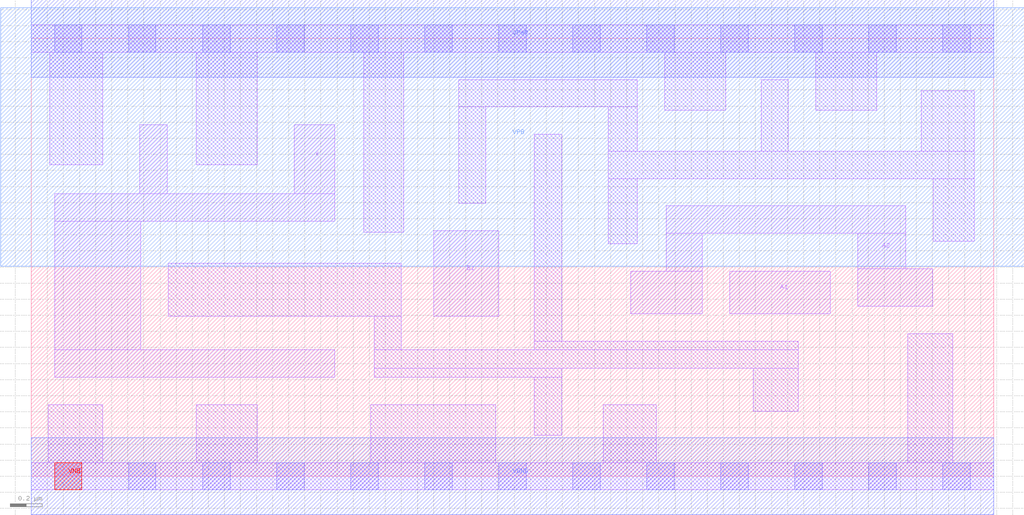
<source format=lef>
# Copyright 2020 The SkyWater PDK Authors
#
# Licensed under the Apache License, Version 2.0 (the "License");
# you may not use this file except in compliance with the License.
# You may obtain a copy of the License at
#
#     https://www.apache.org/licenses/LICENSE-2.0
#
# Unless required by applicable law or agreed to in writing, software
# distributed under the License is distributed on an "AS IS" BASIS,
# WITHOUT WARRANTIES OR CONDITIONS OF ANY KIND, either express or implied.
# See the License for the specific language governing permissions and
# limitations under the License.
#
# SPDX-License-Identifier: Apache-2.0

VERSION 5.7 ;
  NOWIREEXTENSIONATPIN ON ;
  DIVIDERCHAR "/" ;
  BUSBITCHARS "[]" ;
PROPERTYDEFINITIONS
  MACRO maskLayoutSubType STRING ;
  MACRO prCellType STRING ;
  MACRO originalViewName STRING ;
END PROPERTYDEFINITIONS
MACRO sky130_fd_sc_hdll__a21o_4
  CLASS CORE ;
  FOREIGN sky130_fd_sc_hdll__a21o_4 ;
  ORIGIN  0.000000  0.000000 ;
  SIZE  5.980000 BY  2.720000 ;
  SYMMETRY X Y R90 ;
  SITE unithd ;
  PIN A1
    ANTENNAGATEAREA  0.555000 ;
    DIRECTION INPUT ;
    USE SIGNAL ;
    PORT
      LAYER li1 ;
        RECT 4.340000 1.010000 4.965000 1.275000 ;
    END
  END A1
  PIN A2
    ANTENNAGATEAREA  0.555000 ;
    DIRECTION INPUT ;
    USE SIGNAL ;
    PORT
      LAYER li1 ;
        RECT 3.725000 1.010000 4.170000 1.275000 ;
        RECT 3.945000 1.275000 4.170000 1.510000 ;
        RECT 3.945000 1.510000 5.435000 1.680000 ;
        RECT 5.135000 1.055000 5.600000 1.290000 ;
        RECT 5.135000 1.290000 5.435000 1.510000 ;
    END
  END A2
  PIN B1
    ANTENNAGATEAREA  0.555000 ;
    DIRECTION INPUT ;
    USE SIGNAL ;
    PORT
      LAYER li1 ;
        RECT 2.500000 0.995000 2.905000 1.525000 ;
    END
  END B1
  PIN VGND
    ANTENNADIFFAREA  1.365000 ;
    DIRECTION INOUT ;
    USE SIGNAL ;
    PORT
      LAYER met1 ;
        RECT 0.000000 -0.240000 5.980000 0.240000 ;
    END
  END VGND
  PIN VNB
    PORT
      LAYER pwell ;
        RECT 0.145000 -0.085000 0.315000 0.085000 ;
    END
  END VNB
  PIN VPB
    PORT
      LAYER nwell ;
        RECT -0.190000 1.305000 6.170000 2.910000 ;
    END
  END VPB
  PIN VPWR
    ANTENNADIFFAREA  1.470000 ;
    DIRECTION INOUT ;
    USE SIGNAL ;
    PORT
      LAYER met1 ;
        RECT 0.000000 2.480000 5.980000 2.960000 ;
    END
  END VPWR
  PIN X
    ANTENNADIFFAREA  1.029000 ;
    DIRECTION OUTPUT ;
    USE SIGNAL ;
    PORT
      LAYER li1 ;
        RECT 0.145000 0.615000 1.885000 0.785000 ;
        RECT 0.145000 0.785000 0.680000 1.585000 ;
        RECT 0.145000 1.585000 1.885000 1.755000 ;
        RECT 0.675000 1.755000 0.845000 2.185000 ;
        RECT 1.635000 1.755000 1.885000 2.185000 ;
    END
  END X
  OBS
    LAYER li1 ;
      RECT 0.000000 -0.085000 5.980000 0.085000 ;
      RECT 0.000000  2.635000 5.980000 2.805000 ;
      RECT 0.105000  0.085000 0.445000 0.445000 ;
      RECT 0.115000  1.935000 0.445000 2.635000 ;
      RECT 0.850000  0.995000 2.300000 1.325000 ;
      RECT 1.025000  0.085000 1.405000 0.445000 ;
      RECT 1.025000  1.935000 1.405000 2.635000 ;
      RECT 2.065000  1.515000 2.315000 2.635000 ;
      RECT 2.110000  0.085000 2.885000 0.445000 ;
      RECT 2.130000  0.615000 3.295000 0.670000 ;
      RECT 2.130000  0.670000 4.765000 0.785000 ;
      RECT 2.130000  0.785000 2.300000 0.995000 ;
      RECT 2.655000  1.695000 2.825000 2.295000 ;
      RECT 2.655000  2.295000 3.765000 2.465000 ;
      RECT 3.125000  0.255000 3.295000 0.615000 ;
      RECT 3.125000  0.785000 4.765000 0.840000 ;
      RECT 3.125000  0.840000 3.295000 2.125000 ;
      RECT 3.555000  0.085000 3.885000 0.445000 ;
      RECT 3.585000  1.445000 3.765000 1.850000 ;
      RECT 3.585000  1.850000 5.860000 2.020000 ;
      RECT 3.585000  2.020000 3.765000 2.295000 ;
      RECT 3.935000  2.275000 4.315000 2.635000 ;
      RECT 4.485000  0.405000 4.765000 0.670000 ;
      RECT 4.535000  2.020000 4.705000 2.465000 ;
      RECT 4.875000  2.275000 5.255000 2.635000 ;
      RECT 5.445000  0.085000 5.725000 0.885000 ;
      RECT 5.530000  2.020000 5.860000 2.395000 ;
      RECT 5.605000  1.460000 5.860000 1.850000 ;
    LAYER mcon ;
      RECT 0.145000 -0.085000 0.315000 0.085000 ;
      RECT 0.145000  2.635000 0.315000 2.805000 ;
      RECT 0.605000 -0.085000 0.775000 0.085000 ;
      RECT 0.605000  2.635000 0.775000 2.805000 ;
      RECT 1.065000 -0.085000 1.235000 0.085000 ;
      RECT 1.065000  2.635000 1.235000 2.805000 ;
      RECT 1.525000 -0.085000 1.695000 0.085000 ;
      RECT 1.525000  2.635000 1.695000 2.805000 ;
      RECT 1.985000 -0.085000 2.155000 0.085000 ;
      RECT 1.985000  2.635000 2.155000 2.805000 ;
      RECT 2.445000 -0.085000 2.615000 0.085000 ;
      RECT 2.445000  2.635000 2.615000 2.805000 ;
      RECT 2.905000 -0.085000 3.075000 0.085000 ;
      RECT 2.905000  2.635000 3.075000 2.805000 ;
      RECT 3.365000 -0.085000 3.535000 0.085000 ;
      RECT 3.365000  2.635000 3.535000 2.805000 ;
      RECT 3.825000 -0.085000 3.995000 0.085000 ;
      RECT 3.825000  2.635000 3.995000 2.805000 ;
      RECT 4.285000 -0.085000 4.455000 0.085000 ;
      RECT 4.285000  2.635000 4.455000 2.805000 ;
      RECT 4.745000 -0.085000 4.915000 0.085000 ;
      RECT 4.745000  2.635000 4.915000 2.805000 ;
      RECT 5.205000 -0.085000 5.375000 0.085000 ;
      RECT 5.205000  2.635000 5.375000 2.805000 ;
      RECT 5.665000 -0.085000 5.835000 0.085000 ;
      RECT 5.665000  2.635000 5.835000 2.805000 ;
  END
  PROPERTY maskLayoutSubType "abstract" ;
  PROPERTY prCellType "standard" ;
  PROPERTY originalViewName "layout" ;
END sky130_fd_sc_hdll__a21o_4
END LIBRARY

</source>
